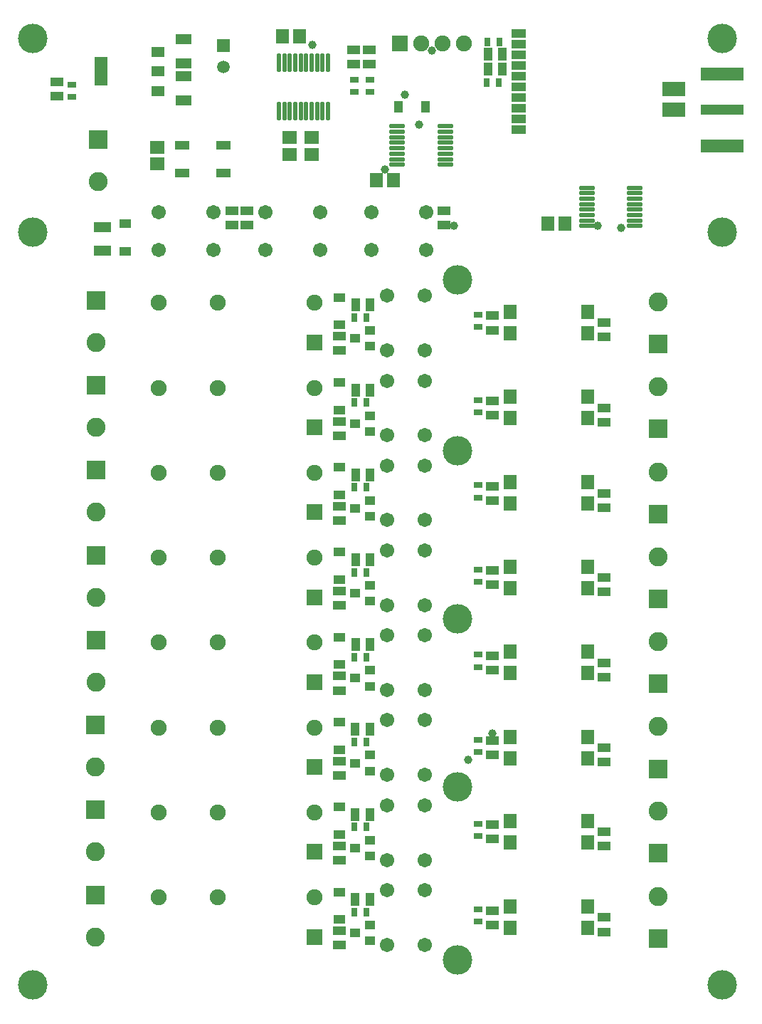
<source format=gts>
G04*
G04 #@! TF.GenerationSoftware,Altium Limited,Altium Designer,19.0.15 (446)*
G04*
G04 Layer_Color=8388736*
%FSLAX25Y25*%
%MOIN*%
G70*
G01*
G75*
%ADD40R,0.05918X0.04147*%
%ADD41R,0.03950X0.03162*%
%ADD42R,0.07099X0.03950*%
%ADD43O,0.07493X0.02178*%
%ADD44R,0.05918X0.06706*%
%ADD45R,0.06902X0.06115*%
%ADD46R,0.06115X0.06902*%
%ADD47R,0.05603X0.04402*%
%ADD48R,0.04627X0.03958*%
%ADD49R,0.04147X0.05918*%
%ADD50R,0.03162X0.03950*%
%ADD51R,0.10800X0.06706*%
%ADD52R,0.06706X0.04343*%
%ADD53O,0.02178X0.09068*%
%ADD54R,0.20485X0.04737*%
%ADD55R,0.20485X0.06312*%
%ADD56R,0.04402X0.05603*%
%ADD57R,0.07887X0.04737*%
%ADD58R,0.06312X0.04737*%
%ADD59R,0.06312X0.13595*%
%ADD60R,0.07493X0.04540*%
%ADD61R,0.07493X0.07493*%
%ADD62C,0.07493*%
%ADD63C,0.13792*%
%ADD64R,0.08871X0.08871*%
%ADD65C,0.08871*%
%ADD66C,0.06706*%
%ADD67R,0.05918X0.05918*%
%ADD68C,0.05918*%
%ADD69C,0.03950*%
D40*
X311811Y154921D02*
D03*
Y161614D02*
D03*
X364173Y158307D02*
D03*
Y151614D02*
D03*
X311811Y360433D02*
D03*
Y353740D02*
D03*
Y320669D02*
D03*
Y313976D02*
D03*
Y280709D02*
D03*
Y274016D02*
D03*
Y241142D02*
D03*
Y234449D02*
D03*
Y201378D02*
D03*
Y194685D02*
D03*
Y82087D02*
D03*
Y75394D02*
D03*
X364173Y357126D02*
D03*
Y350433D02*
D03*
Y317362D02*
D03*
Y310669D02*
D03*
Y277402D02*
D03*
Y270709D02*
D03*
Y237835D02*
D03*
Y231142D02*
D03*
Y198071D02*
D03*
Y191378D02*
D03*
Y78780D02*
D03*
Y72087D02*
D03*
X107874Y463189D02*
D03*
Y469882D02*
D03*
X311811Y122244D02*
D03*
Y115551D02*
D03*
X364173Y118937D02*
D03*
Y112244D02*
D03*
X240158Y191781D02*
D03*
Y185089D02*
D03*
X240065Y72490D02*
D03*
Y65797D02*
D03*
Y112254D02*
D03*
Y105561D02*
D03*
Y152018D02*
D03*
Y145325D02*
D03*
X240158Y271309D02*
D03*
Y264616D02*
D03*
X246850Y484842D02*
D03*
Y478150D02*
D03*
X254134Y484842D02*
D03*
Y478150D02*
D03*
X240158Y310925D02*
D03*
Y304232D02*
D03*
X240158Y350837D02*
D03*
Y344144D02*
D03*
X240158Y231545D02*
D03*
Y224852D02*
D03*
X196850Y409646D02*
D03*
Y402953D02*
D03*
X189764Y409646D02*
D03*
Y402953D02*
D03*
X289043Y402953D02*
D03*
Y409646D02*
D03*
D41*
X305118Y156299D02*
D03*
Y162008D02*
D03*
Y360827D02*
D03*
Y355118D02*
D03*
Y321063D02*
D03*
Y315354D02*
D03*
Y281102D02*
D03*
Y275394D02*
D03*
Y241535D02*
D03*
Y235827D02*
D03*
Y201772D02*
D03*
Y196063D02*
D03*
Y82480D02*
D03*
Y76772D02*
D03*
X114567Y462795D02*
D03*
Y468504D02*
D03*
X305118Y122638D02*
D03*
Y116929D02*
D03*
X247047Y465256D02*
D03*
Y470965D02*
D03*
X254331Y465256D02*
D03*
Y470965D02*
D03*
D42*
X324063Y477667D02*
D03*
Y472667D02*
D03*
Y467667D02*
D03*
Y447667D02*
D03*
Y452667D02*
D03*
Y457667D02*
D03*
Y462667D02*
D03*
Y482667D02*
D03*
Y487667D02*
D03*
Y492667D02*
D03*
D43*
X356102Y412697D02*
D03*
Y420374D02*
D03*
Y417815D02*
D03*
Y415256D02*
D03*
X289567Y443996D02*
D03*
Y438878D02*
D03*
Y441437D02*
D03*
Y446555D02*
D03*
X267126D02*
D03*
Y441437D02*
D03*
Y443996D02*
D03*
Y449114D02*
D03*
X378543Y402461D02*
D03*
Y405020D02*
D03*
Y407579D02*
D03*
Y410138D02*
D03*
Y412697D02*
D03*
Y415256D02*
D03*
Y417815D02*
D03*
Y420374D02*
D03*
X356102Y402461D02*
D03*
Y405020D02*
D03*
Y407579D02*
D03*
Y410138D02*
D03*
X289567Y431201D02*
D03*
Y433760D02*
D03*
Y436319D02*
D03*
Y449114D02*
D03*
X267126Y431201D02*
D03*
Y433760D02*
D03*
Y436319D02*
D03*
Y438878D02*
D03*
D44*
X356299Y153386D02*
D03*
Y163386D02*
D03*
X320079Y153386D02*
D03*
Y163386D02*
D03*
X356299Y352205D02*
D03*
Y362205D02*
D03*
X320079Y352205D02*
D03*
Y362205D02*
D03*
X356299Y312441D02*
D03*
Y322441D02*
D03*
X320079Y312441D02*
D03*
Y322441D02*
D03*
X356299Y272480D02*
D03*
Y282480D02*
D03*
X320079Y272480D02*
D03*
Y282480D02*
D03*
X356299Y232913D02*
D03*
Y242913D02*
D03*
X320079Y232913D02*
D03*
Y242913D02*
D03*
X356299Y193150D02*
D03*
Y203150D02*
D03*
X320079Y193150D02*
D03*
Y203150D02*
D03*
X356299Y73858D02*
D03*
Y83858D02*
D03*
X320079Y73858D02*
D03*
Y83858D02*
D03*
X356299Y114016D02*
D03*
Y124016D02*
D03*
X320079Y114016D02*
D03*
Y124016D02*
D03*
D45*
X154724Y431496D02*
D03*
Y439370D02*
D03*
X216577Y436024D02*
D03*
Y443898D02*
D03*
X227026Y436024D02*
D03*
Y443898D02*
D03*
D46*
X337795Y403543D02*
D03*
X345669D02*
D03*
X257480Y424016D02*
D03*
X265354D02*
D03*
X213386Y491339D02*
D03*
X221260D02*
D03*
D47*
X240158Y197146D02*
D03*
Y210039D02*
D03*
X240065Y77854D02*
D03*
Y90748D02*
D03*
Y117618D02*
D03*
Y130512D02*
D03*
Y157382D02*
D03*
Y170276D02*
D03*
X240158Y276673D02*
D03*
Y289567D02*
D03*
Y316289D02*
D03*
Y329183D02*
D03*
X240158Y356201D02*
D03*
Y369094D02*
D03*
X240158Y236910D02*
D03*
Y249803D02*
D03*
X139764Y390551D02*
D03*
Y403445D02*
D03*
D48*
X254468Y194537D02*
D03*
Y187057D02*
D03*
X247500Y190797D02*
D03*
X254376Y75246D02*
D03*
Y67766D02*
D03*
X247408Y71506D02*
D03*
X254376Y115010D02*
D03*
Y107529D02*
D03*
X247408Y111270D02*
D03*
X254376Y154774D02*
D03*
Y147293D02*
D03*
X247408Y151033D02*
D03*
X254468Y274065D02*
D03*
Y266585D02*
D03*
X247500Y270325D02*
D03*
X254468Y313681D02*
D03*
Y306201D02*
D03*
X247500Y309941D02*
D03*
X254468Y353592D02*
D03*
Y346112D02*
D03*
X247500Y349852D02*
D03*
X254468Y234301D02*
D03*
Y226821D02*
D03*
X247500Y230561D02*
D03*
D49*
X247638Y206545D02*
D03*
X254331D02*
D03*
X247546Y87254D02*
D03*
X254239D02*
D03*
X247546Y127018D02*
D03*
X254239D02*
D03*
X247546Y166781D02*
D03*
X254239D02*
D03*
X247638Y286073D02*
D03*
X254331D02*
D03*
X247638Y325689D02*
D03*
X254331D02*
D03*
X247638Y365600D02*
D03*
X254331D02*
D03*
X247638Y246309D02*
D03*
X254331D02*
D03*
X316289Y482972D02*
D03*
X309596D02*
D03*
X316289Y475787D02*
D03*
X309596D02*
D03*
D50*
X247146Y200640D02*
D03*
X252854D02*
D03*
X247054Y81348D02*
D03*
X252762D02*
D03*
X247054Y121112D02*
D03*
X252762D02*
D03*
X247054Y160876D02*
D03*
X252762D02*
D03*
X247146Y280167D02*
D03*
X252854D02*
D03*
X247146Y319783D02*
D03*
X252854D02*
D03*
X247146Y359695D02*
D03*
X252854D02*
D03*
X247146Y240404D02*
D03*
X252854D02*
D03*
X309350Y488583D02*
D03*
X315059D02*
D03*
X308957Y469685D02*
D03*
X314665D02*
D03*
D51*
X396701Y466565D02*
D03*
Y456762D02*
D03*
D52*
X185630Y440354D02*
D03*
Y427362D02*
D03*
X166339D02*
D03*
Y440354D02*
D03*
D53*
X234703Y478937D02*
D03*
X232144D02*
D03*
X229585D02*
D03*
X227026D02*
D03*
X224467D02*
D03*
X221908D02*
D03*
X219349D02*
D03*
X216790D02*
D03*
X214231D02*
D03*
X211672D02*
D03*
X234703Y456102D02*
D03*
X232144D02*
D03*
X229585D02*
D03*
X227026D02*
D03*
X224467D02*
D03*
X221908D02*
D03*
X219349D02*
D03*
X216790D02*
D03*
X214231D02*
D03*
X211672D02*
D03*
D54*
X419291Y456762D02*
D03*
D55*
Y473494D02*
D03*
Y440029D02*
D03*
D56*
X267569Y458268D02*
D03*
X280463D02*
D03*
D57*
X129134Y390945D02*
D03*
Y401968D02*
D03*
D58*
X155118Y465748D02*
D03*
Y474803D02*
D03*
Y483858D02*
D03*
D59*
X128347Y474803D02*
D03*
D60*
X166929Y461417D02*
D03*
Y472441D02*
D03*
Y489764D02*
D03*
Y478740D02*
D03*
D61*
X268465Y487795D02*
D03*
X228346Y188976D02*
D03*
X228254Y69685D02*
D03*
Y109449D02*
D03*
Y149213D02*
D03*
X228346Y268504D02*
D03*
Y308120D02*
D03*
X228346Y348031D02*
D03*
X228346Y228740D02*
D03*
D62*
X278465Y487795D02*
D03*
X288465D02*
D03*
X298465D02*
D03*
X155512Y207480D02*
D03*
X183071D02*
D03*
X228346D02*
D03*
X155420Y88189D02*
D03*
X182979D02*
D03*
X228254D02*
D03*
X155420Y127953D02*
D03*
X182979D02*
D03*
X228254D02*
D03*
X155420Y167717D02*
D03*
X182979D02*
D03*
X228254D02*
D03*
X155512Y287008D02*
D03*
X183071D02*
D03*
X228346D02*
D03*
X155512Y326624D02*
D03*
X183071D02*
D03*
X228346D02*
D03*
X155512Y366535D02*
D03*
X183071D02*
D03*
X228346D02*
D03*
X155512Y247244D02*
D03*
X183071D02*
D03*
X228346D02*
D03*
D63*
X295276Y377116D02*
D03*
Y59055D02*
D03*
Y139764D02*
D03*
Y218504D02*
D03*
Y297244D02*
D03*
X419291Y47244D02*
D03*
X96457D02*
D03*
Y399606D02*
D03*
X419291D02*
D03*
X96457Y490158D02*
D03*
X419291D02*
D03*
D64*
X389370Y148425D02*
D03*
Y347244D02*
D03*
Y307480D02*
D03*
Y267520D02*
D03*
Y227953D02*
D03*
Y188189D02*
D03*
Y68898D02*
D03*
Y109055D02*
D03*
X125984Y208661D02*
D03*
X125892Y89370D02*
D03*
Y129134D02*
D03*
Y168898D02*
D03*
X125984Y288189D02*
D03*
Y327805D02*
D03*
X125984Y367717D02*
D03*
X127165Y442913D02*
D03*
X125984Y248425D02*
D03*
D65*
X389370Y168110D02*
D03*
Y366929D02*
D03*
Y327165D02*
D03*
Y287205D02*
D03*
Y247638D02*
D03*
Y207874D02*
D03*
Y88583D02*
D03*
Y128740D02*
D03*
X125984Y188976D02*
D03*
X125892Y69685D02*
D03*
Y109449D02*
D03*
Y149213D02*
D03*
X125984Y268504D02*
D03*
Y308120D02*
D03*
X125984Y348031D02*
D03*
X127165Y423228D02*
D03*
X125984Y228740D02*
D03*
D66*
X280026Y91585D02*
D03*
X262309D02*
D03*
X280026Y65994D02*
D03*
X262309D02*
D03*
X280026Y131348D02*
D03*
X262309D02*
D03*
X280026Y105758D02*
D03*
X262309D02*
D03*
X280026Y171112D02*
D03*
X262309D02*
D03*
X280026Y145522D02*
D03*
X262309D02*
D03*
X280118Y210876D02*
D03*
X262402D02*
D03*
X280118Y185285D02*
D03*
X262402D02*
D03*
X280118Y250640D02*
D03*
X262402D02*
D03*
X280118Y225049D02*
D03*
X262402D02*
D03*
X280118Y290404D02*
D03*
X262402D02*
D03*
X280118Y264813D02*
D03*
X262402D02*
D03*
X280118Y330020D02*
D03*
X262402D02*
D03*
X280118Y304429D02*
D03*
X262402D02*
D03*
X280118Y369931D02*
D03*
X262402D02*
D03*
X280118Y344340D02*
D03*
X262402D02*
D03*
X280729Y391142D02*
D03*
Y408858D02*
D03*
X255138Y391142D02*
D03*
Y408858D02*
D03*
X230963Y391142D02*
D03*
Y408858D02*
D03*
X205373Y391142D02*
D03*
Y408858D02*
D03*
X181102Y391142D02*
D03*
Y408858D02*
D03*
X155512Y391142D02*
D03*
Y408858D02*
D03*
D67*
X185827Y486811D02*
D03*
D68*
Y476968D02*
D03*
D69*
X372046Y401574D02*
D03*
X361027Y402756D02*
D03*
X277559Y450073D02*
D03*
X261526Y428955D02*
D03*
X300451Y152559D02*
D03*
X311811Y164961D02*
D03*
X293701Y402756D02*
D03*
X270866Y464026D02*
D03*
X283464Y484645D02*
D03*
X227432Y487134D02*
D03*
M02*

</source>
